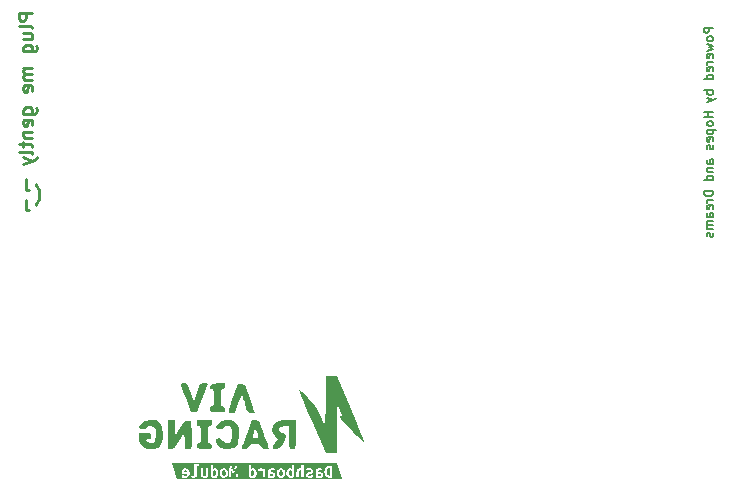
<source format=gbr>
%TF.GenerationSoftware,KiCad,Pcbnew,9.0.3*%
%TF.CreationDate,2026-02-02T13:01:33+02:00*%
%TF.ProjectId,Steering Wheel,53746565-7269-46e6-9720-576865656c2e,rev?*%
%TF.SameCoordinates,Original*%
%TF.FileFunction,Legend,Bot*%
%TF.FilePolarity,Positive*%
%FSLAX46Y46*%
G04 Gerber Fmt 4.6, Leading zero omitted, Abs format (unit mm)*
G04 Created by KiCad (PCBNEW 9.0.3) date 2026-02-02 13:01:33*
%MOMM*%
%LPD*%
G01*
G04 APERTURE LIST*
%ADD10C,0.127000*%
%ADD11C,0.228600*%
%ADD12C,0.000000*%
G04 APERTURE END LIST*
D10*
X119950141Y-58944980D02*
X119188141Y-58944980D01*
X119188141Y-58944980D02*
X119188141Y-59235266D01*
X119188141Y-59235266D02*
X119224427Y-59307837D01*
X119224427Y-59307837D02*
X119260713Y-59344123D01*
X119260713Y-59344123D02*
X119333284Y-59380409D01*
X119333284Y-59380409D02*
X119442141Y-59380409D01*
X119442141Y-59380409D02*
X119514713Y-59344123D01*
X119514713Y-59344123D02*
X119550998Y-59307837D01*
X119550998Y-59307837D02*
X119587284Y-59235266D01*
X119587284Y-59235266D02*
X119587284Y-58944980D01*
X119950141Y-59815837D02*
X119913856Y-59743266D01*
X119913856Y-59743266D02*
X119877570Y-59706980D01*
X119877570Y-59706980D02*
X119804998Y-59670694D01*
X119804998Y-59670694D02*
X119587284Y-59670694D01*
X119587284Y-59670694D02*
X119514713Y-59706980D01*
X119514713Y-59706980D02*
X119478427Y-59743266D01*
X119478427Y-59743266D02*
X119442141Y-59815837D01*
X119442141Y-59815837D02*
X119442141Y-59924694D01*
X119442141Y-59924694D02*
X119478427Y-59997266D01*
X119478427Y-59997266D02*
X119514713Y-60033552D01*
X119514713Y-60033552D02*
X119587284Y-60069837D01*
X119587284Y-60069837D02*
X119804998Y-60069837D01*
X119804998Y-60069837D02*
X119877570Y-60033552D01*
X119877570Y-60033552D02*
X119913856Y-59997266D01*
X119913856Y-59997266D02*
X119950141Y-59924694D01*
X119950141Y-59924694D02*
X119950141Y-59815837D01*
X119442141Y-60323838D02*
X119950141Y-60468981D01*
X119950141Y-60468981D02*
X119587284Y-60614123D01*
X119587284Y-60614123D02*
X119950141Y-60759266D01*
X119950141Y-60759266D02*
X119442141Y-60904409D01*
X119913856Y-61484981D02*
X119950141Y-61412409D01*
X119950141Y-61412409D02*
X119950141Y-61267267D01*
X119950141Y-61267267D02*
X119913856Y-61194695D01*
X119913856Y-61194695D02*
X119841284Y-61158409D01*
X119841284Y-61158409D02*
X119550998Y-61158409D01*
X119550998Y-61158409D02*
X119478427Y-61194695D01*
X119478427Y-61194695D02*
X119442141Y-61267267D01*
X119442141Y-61267267D02*
X119442141Y-61412409D01*
X119442141Y-61412409D02*
X119478427Y-61484981D01*
X119478427Y-61484981D02*
X119550998Y-61521267D01*
X119550998Y-61521267D02*
X119623570Y-61521267D01*
X119623570Y-61521267D02*
X119696141Y-61158409D01*
X119950141Y-61847838D02*
X119442141Y-61847838D01*
X119587284Y-61847838D02*
X119514713Y-61884124D01*
X119514713Y-61884124D02*
X119478427Y-61920410D01*
X119478427Y-61920410D02*
X119442141Y-61992981D01*
X119442141Y-61992981D02*
X119442141Y-62065552D01*
X119913856Y-62609838D02*
X119950141Y-62537266D01*
X119950141Y-62537266D02*
X119950141Y-62392124D01*
X119950141Y-62392124D02*
X119913856Y-62319552D01*
X119913856Y-62319552D02*
X119841284Y-62283266D01*
X119841284Y-62283266D02*
X119550998Y-62283266D01*
X119550998Y-62283266D02*
X119478427Y-62319552D01*
X119478427Y-62319552D02*
X119442141Y-62392124D01*
X119442141Y-62392124D02*
X119442141Y-62537266D01*
X119442141Y-62537266D02*
X119478427Y-62609838D01*
X119478427Y-62609838D02*
X119550998Y-62646124D01*
X119550998Y-62646124D02*
X119623570Y-62646124D01*
X119623570Y-62646124D02*
X119696141Y-62283266D01*
X119950141Y-63299267D02*
X119188141Y-63299267D01*
X119913856Y-63299267D02*
X119950141Y-63226695D01*
X119950141Y-63226695D02*
X119950141Y-63081552D01*
X119950141Y-63081552D02*
X119913856Y-63008981D01*
X119913856Y-63008981D02*
X119877570Y-62972695D01*
X119877570Y-62972695D02*
X119804998Y-62936409D01*
X119804998Y-62936409D02*
X119587284Y-62936409D01*
X119587284Y-62936409D02*
X119514713Y-62972695D01*
X119514713Y-62972695D02*
X119478427Y-63008981D01*
X119478427Y-63008981D02*
X119442141Y-63081552D01*
X119442141Y-63081552D02*
X119442141Y-63226695D01*
X119442141Y-63226695D02*
X119478427Y-63299267D01*
X119950141Y-64242695D02*
X119188141Y-64242695D01*
X119478427Y-64242695D02*
X119442141Y-64315267D01*
X119442141Y-64315267D02*
X119442141Y-64460409D01*
X119442141Y-64460409D02*
X119478427Y-64532981D01*
X119478427Y-64532981D02*
X119514713Y-64569267D01*
X119514713Y-64569267D02*
X119587284Y-64605552D01*
X119587284Y-64605552D02*
X119804998Y-64605552D01*
X119804998Y-64605552D02*
X119877570Y-64569267D01*
X119877570Y-64569267D02*
X119913856Y-64532981D01*
X119913856Y-64532981D02*
X119950141Y-64460409D01*
X119950141Y-64460409D02*
X119950141Y-64315267D01*
X119950141Y-64315267D02*
X119913856Y-64242695D01*
X119442141Y-64859553D02*
X119950141Y-65040981D01*
X119442141Y-65222410D02*
X119950141Y-65040981D01*
X119950141Y-65040981D02*
X120131570Y-64968410D01*
X120131570Y-64968410D02*
X120167856Y-64932124D01*
X120167856Y-64932124D02*
X120204141Y-64859553D01*
X119950141Y-66093266D02*
X119188141Y-66093266D01*
X119550998Y-66093266D02*
X119550998Y-66528695D01*
X119950141Y-66528695D02*
X119188141Y-66528695D01*
X119950141Y-67000409D02*
X119913856Y-66927838D01*
X119913856Y-66927838D02*
X119877570Y-66891552D01*
X119877570Y-66891552D02*
X119804998Y-66855266D01*
X119804998Y-66855266D02*
X119587284Y-66855266D01*
X119587284Y-66855266D02*
X119514713Y-66891552D01*
X119514713Y-66891552D02*
X119478427Y-66927838D01*
X119478427Y-66927838D02*
X119442141Y-67000409D01*
X119442141Y-67000409D02*
X119442141Y-67109266D01*
X119442141Y-67109266D02*
X119478427Y-67181838D01*
X119478427Y-67181838D02*
X119514713Y-67218124D01*
X119514713Y-67218124D02*
X119587284Y-67254409D01*
X119587284Y-67254409D02*
X119804998Y-67254409D01*
X119804998Y-67254409D02*
X119877570Y-67218124D01*
X119877570Y-67218124D02*
X119913856Y-67181838D01*
X119913856Y-67181838D02*
X119950141Y-67109266D01*
X119950141Y-67109266D02*
X119950141Y-67000409D01*
X119442141Y-67580981D02*
X120204141Y-67580981D01*
X119478427Y-67580981D02*
X119442141Y-67653553D01*
X119442141Y-67653553D02*
X119442141Y-67798695D01*
X119442141Y-67798695D02*
X119478427Y-67871267D01*
X119478427Y-67871267D02*
X119514713Y-67907553D01*
X119514713Y-67907553D02*
X119587284Y-67943838D01*
X119587284Y-67943838D02*
X119804998Y-67943838D01*
X119804998Y-67943838D02*
X119877570Y-67907553D01*
X119877570Y-67907553D02*
X119913856Y-67871267D01*
X119913856Y-67871267D02*
X119950141Y-67798695D01*
X119950141Y-67798695D02*
X119950141Y-67653553D01*
X119950141Y-67653553D02*
X119913856Y-67580981D01*
X119913856Y-68560696D02*
X119950141Y-68488124D01*
X119950141Y-68488124D02*
X119950141Y-68342982D01*
X119950141Y-68342982D02*
X119913856Y-68270410D01*
X119913856Y-68270410D02*
X119841284Y-68234124D01*
X119841284Y-68234124D02*
X119550998Y-68234124D01*
X119550998Y-68234124D02*
X119478427Y-68270410D01*
X119478427Y-68270410D02*
X119442141Y-68342982D01*
X119442141Y-68342982D02*
X119442141Y-68488124D01*
X119442141Y-68488124D02*
X119478427Y-68560696D01*
X119478427Y-68560696D02*
X119550998Y-68596982D01*
X119550998Y-68596982D02*
X119623570Y-68596982D01*
X119623570Y-68596982D02*
X119696141Y-68234124D01*
X119913856Y-68887267D02*
X119950141Y-68959839D01*
X119950141Y-68959839D02*
X119950141Y-69104982D01*
X119950141Y-69104982D02*
X119913856Y-69177553D01*
X119913856Y-69177553D02*
X119841284Y-69213839D01*
X119841284Y-69213839D02*
X119804998Y-69213839D01*
X119804998Y-69213839D02*
X119732427Y-69177553D01*
X119732427Y-69177553D02*
X119696141Y-69104982D01*
X119696141Y-69104982D02*
X119696141Y-68996125D01*
X119696141Y-68996125D02*
X119659856Y-68923553D01*
X119659856Y-68923553D02*
X119587284Y-68887267D01*
X119587284Y-68887267D02*
X119550998Y-68887267D01*
X119550998Y-68887267D02*
X119478427Y-68923553D01*
X119478427Y-68923553D02*
X119442141Y-68996125D01*
X119442141Y-68996125D02*
X119442141Y-69104982D01*
X119442141Y-69104982D02*
X119478427Y-69177553D01*
X119950141Y-70447553D02*
X119550998Y-70447553D01*
X119550998Y-70447553D02*
X119478427Y-70411267D01*
X119478427Y-70411267D02*
X119442141Y-70338695D01*
X119442141Y-70338695D02*
X119442141Y-70193553D01*
X119442141Y-70193553D02*
X119478427Y-70120981D01*
X119913856Y-70447553D02*
X119950141Y-70374981D01*
X119950141Y-70374981D02*
X119950141Y-70193553D01*
X119950141Y-70193553D02*
X119913856Y-70120981D01*
X119913856Y-70120981D02*
X119841284Y-70084695D01*
X119841284Y-70084695D02*
X119768713Y-70084695D01*
X119768713Y-70084695D02*
X119696141Y-70120981D01*
X119696141Y-70120981D02*
X119659856Y-70193553D01*
X119659856Y-70193553D02*
X119659856Y-70374981D01*
X119659856Y-70374981D02*
X119623570Y-70447553D01*
X119442141Y-70810410D02*
X119950141Y-70810410D01*
X119514713Y-70810410D02*
X119478427Y-70846696D01*
X119478427Y-70846696D02*
X119442141Y-70919267D01*
X119442141Y-70919267D02*
X119442141Y-71028124D01*
X119442141Y-71028124D02*
X119478427Y-71100696D01*
X119478427Y-71100696D02*
X119550998Y-71136982D01*
X119550998Y-71136982D02*
X119950141Y-71136982D01*
X119950141Y-71826411D02*
X119188141Y-71826411D01*
X119913856Y-71826411D02*
X119950141Y-71753839D01*
X119950141Y-71753839D02*
X119950141Y-71608696D01*
X119950141Y-71608696D02*
X119913856Y-71536125D01*
X119913856Y-71536125D02*
X119877570Y-71499839D01*
X119877570Y-71499839D02*
X119804998Y-71463553D01*
X119804998Y-71463553D02*
X119587284Y-71463553D01*
X119587284Y-71463553D02*
X119514713Y-71499839D01*
X119514713Y-71499839D02*
X119478427Y-71536125D01*
X119478427Y-71536125D02*
X119442141Y-71608696D01*
X119442141Y-71608696D02*
X119442141Y-71753839D01*
X119442141Y-71753839D02*
X119478427Y-71826411D01*
X119950141Y-72769839D02*
X119188141Y-72769839D01*
X119188141Y-72769839D02*
X119188141Y-72951268D01*
X119188141Y-72951268D02*
X119224427Y-73060125D01*
X119224427Y-73060125D02*
X119296998Y-73132696D01*
X119296998Y-73132696D02*
X119369570Y-73168982D01*
X119369570Y-73168982D02*
X119514713Y-73205268D01*
X119514713Y-73205268D02*
X119623570Y-73205268D01*
X119623570Y-73205268D02*
X119768713Y-73168982D01*
X119768713Y-73168982D02*
X119841284Y-73132696D01*
X119841284Y-73132696D02*
X119913856Y-73060125D01*
X119913856Y-73060125D02*
X119950141Y-72951268D01*
X119950141Y-72951268D02*
X119950141Y-72769839D01*
X119950141Y-73531839D02*
X119442141Y-73531839D01*
X119587284Y-73531839D02*
X119514713Y-73568125D01*
X119514713Y-73568125D02*
X119478427Y-73604411D01*
X119478427Y-73604411D02*
X119442141Y-73676982D01*
X119442141Y-73676982D02*
X119442141Y-73749553D01*
X119913856Y-74293839D02*
X119950141Y-74221267D01*
X119950141Y-74221267D02*
X119950141Y-74076125D01*
X119950141Y-74076125D02*
X119913856Y-74003553D01*
X119913856Y-74003553D02*
X119841284Y-73967267D01*
X119841284Y-73967267D02*
X119550998Y-73967267D01*
X119550998Y-73967267D02*
X119478427Y-74003553D01*
X119478427Y-74003553D02*
X119442141Y-74076125D01*
X119442141Y-74076125D02*
X119442141Y-74221267D01*
X119442141Y-74221267D02*
X119478427Y-74293839D01*
X119478427Y-74293839D02*
X119550998Y-74330125D01*
X119550998Y-74330125D02*
X119623570Y-74330125D01*
X119623570Y-74330125D02*
X119696141Y-73967267D01*
X119950141Y-74983268D02*
X119550998Y-74983268D01*
X119550998Y-74983268D02*
X119478427Y-74946982D01*
X119478427Y-74946982D02*
X119442141Y-74874410D01*
X119442141Y-74874410D02*
X119442141Y-74729268D01*
X119442141Y-74729268D02*
X119478427Y-74656696D01*
X119913856Y-74983268D02*
X119950141Y-74910696D01*
X119950141Y-74910696D02*
X119950141Y-74729268D01*
X119950141Y-74729268D02*
X119913856Y-74656696D01*
X119913856Y-74656696D02*
X119841284Y-74620410D01*
X119841284Y-74620410D02*
X119768713Y-74620410D01*
X119768713Y-74620410D02*
X119696141Y-74656696D01*
X119696141Y-74656696D02*
X119659856Y-74729268D01*
X119659856Y-74729268D02*
X119659856Y-74910696D01*
X119659856Y-74910696D02*
X119623570Y-74983268D01*
X119950141Y-75346125D02*
X119442141Y-75346125D01*
X119514713Y-75346125D02*
X119478427Y-75382411D01*
X119478427Y-75382411D02*
X119442141Y-75454982D01*
X119442141Y-75454982D02*
X119442141Y-75563839D01*
X119442141Y-75563839D02*
X119478427Y-75636411D01*
X119478427Y-75636411D02*
X119550998Y-75672697D01*
X119550998Y-75672697D02*
X119950141Y-75672697D01*
X119550998Y-75672697D02*
X119478427Y-75708982D01*
X119478427Y-75708982D02*
X119442141Y-75781554D01*
X119442141Y-75781554D02*
X119442141Y-75890411D01*
X119442141Y-75890411D02*
X119478427Y-75962982D01*
X119478427Y-75962982D02*
X119550998Y-75999268D01*
X119550998Y-75999268D02*
X119950141Y-75999268D01*
X119913856Y-76325839D02*
X119950141Y-76398411D01*
X119950141Y-76398411D02*
X119950141Y-76543554D01*
X119950141Y-76543554D02*
X119913856Y-76616125D01*
X119913856Y-76616125D02*
X119841284Y-76652411D01*
X119841284Y-76652411D02*
X119804998Y-76652411D01*
X119804998Y-76652411D02*
X119732427Y-76616125D01*
X119732427Y-76616125D02*
X119696141Y-76543554D01*
X119696141Y-76543554D02*
X119696141Y-76434697D01*
X119696141Y-76434697D02*
X119659856Y-76362125D01*
X119659856Y-76362125D02*
X119587284Y-76325839D01*
X119587284Y-76325839D02*
X119550998Y-76325839D01*
X119550998Y-76325839D02*
X119478427Y-76362125D01*
X119478427Y-76362125D02*
X119442141Y-76434697D01*
X119442141Y-76434697D02*
X119442141Y-76543554D01*
X119442141Y-76543554D02*
X119478427Y-76616125D01*
D11*
X62318230Y-57682536D02*
X61175230Y-57682536D01*
X61175230Y-57682536D02*
X61175230Y-58117965D01*
X61175230Y-58117965D02*
X61229659Y-58226822D01*
X61229659Y-58226822D02*
X61284087Y-58281251D01*
X61284087Y-58281251D02*
X61392944Y-58335679D01*
X61392944Y-58335679D02*
X61556230Y-58335679D01*
X61556230Y-58335679D02*
X61665087Y-58281251D01*
X61665087Y-58281251D02*
X61719516Y-58226822D01*
X61719516Y-58226822D02*
X61773944Y-58117965D01*
X61773944Y-58117965D02*
X61773944Y-57682536D01*
X62318230Y-58988822D02*
X62263802Y-58879965D01*
X62263802Y-58879965D02*
X62154944Y-58825536D01*
X62154944Y-58825536D02*
X61175230Y-58825536D01*
X61556230Y-59914108D02*
X62318230Y-59914108D01*
X61556230Y-59424250D02*
X62154944Y-59424250D01*
X62154944Y-59424250D02*
X62263802Y-59478679D01*
X62263802Y-59478679D02*
X62318230Y-59587536D01*
X62318230Y-59587536D02*
X62318230Y-59750822D01*
X62318230Y-59750822D02*
X62263802Y-59859679D01*
X62263802Y-59859679D02*
X62209373Y-59914108D01*
X61556230Y-60948251D02*
X62481516Y-60948251D01*
X62481516Y-60948251D02*
X62590373Y-60893822D01*
X62590373Y-60893822D02*
X62644802Y-60839393D01*
X62644802Y-60839393D02*
X62699230Y-60730536D01*
X62699230Y-60730536D02*
X62699230Y-60567251D01*
X62699230Y-60567251D02*
X62644802Y-60458393D01*
X62263802Y-60948251D02*
X62318230Y-60839393D01*
X62318230Y-60839393D02*
X62318230Y-60621679D01*
X62318230Y-60621679D02*
X62263802Y-60512822D01*
X62263802Y-60512822D02*
X62209373Y-60458393D01*
X62209373Y-60458393D02*
X62100516Y-60403965D01*
X62100516Y-60403965D02*
X61773944Y-60403965D01*
X61773944Y-60403965D02*
X61665087Y-60458393D01*
X61665087Y-60458393D02*
X61610659Y-60512822D01*
X61610659Y-60512822D02*
X61556230Y-60621679D01*
X61556230Y-60621679D02*
X61556230Y-60839393D01*
X61556230Y-60839393D02*
X61610659Y-60948251D01*
X62318230Y-62363393D02*
X61556230Y-62363393D01*
X61665087Y-62363393D02*
X61610659Y-62417822D01*
X61610659Y-62417822D02*
X61556230Y-62526679D01*
X61556230Y-62526679D02*
X61556230Y-62689965D01*
X61556230Y-62689965D02*
X61610659Y-62798822D01*
X61610659Y-62798822D02*
X61719516Y-62853251D01*
X61719516Y-62853251D02*
X62318230Y-62853251D01*
X61719516Y-62853251D02*
X61610659Y-62907679D01*
X61610659Y-62907679D02*
X61556230Y-63016536D01*
X61556230Y-63016536D02*
X61556230Y-63179822D01*
X61556230Y-63179822D02*
X61610659Y-63288679D01*
X61610659Y-63288679D02*
X61719516Y-63343108D01*
X61719516Y-63343108D02*
X62318230Y-63343108D01*
X62263802Y-64322822D02*
X62318230Y-64213965D01*
X62318230Y-64213965D02*
X62318230Y-63996251D01*
X62318230Y-63996251D02*
X62263802Y-63887393D01*
X62263802Y-63887393D02*
X62154944Y-63832965D01*
X62154944Y-63832965D02*
X61719516Y-63832965D01*
X61719516Y-63832965D02*
X61610659Y-63887393D01*
X61610659Y-63887393D02*
X61556230Y-63996251D01*
X61556230Y-63996251D02*
X61556230Y-64213965D01*
X61556230Y-64213965D02*
X61610659Y-64322822D01*
X61610659Y-64322822D02*
X61719516Y-64377251D01*
X61719516Y-64377251D02*
X61828373Y-64377251D01*
X61828373Y-64377251D02*
X61937230Y-63832965D01*
X61556230Y-66227822D02*
X62481516Y-66227822D01*
X62481516Y-66227822D02*
X62590373Y-66173393D01*
X62590373Y-66173393D02*
X62644802Y-66118964D01*
X62644802Y-66118964D02*
X62699230Y-66010107D01*
X62699230Y-66010107D02*
X62699230Y-65846822D01*
X62699230Y-65846822D02*
X62644802Y-65737964D01*
X62263802Y-66227822D02*
X62318230Y-66118964D01*
X62318230Y-66118964D02*
X62318230Y-65901250D01*
X62318230Y-65901250D02*
X62263802Y-65792393D01*
X62263802Y-65792393D02*
X62209373Y-65737964D01*
X62209373Y-65737964D02*
X62100516Y-65683536D01*
X62100516Y-65683536D02*
X61773944Y-65683536D01*
X61773944Y-65683536D02*
X61665087Y-65737964D01*
X61665087Y-65737964D02*
X61610659Y-65792393D01*
X61610659Y-65792393D02*
X61556230Y-65901250D01*
X61556230Y-65901250D02*
X61556230Y-66118964D01*
X61556230Y-66118964D02*
X61610659Y-66227822D01*
X62263802Y-67207536D02*
X62318230Y-67098679D01*
X62318230Y-67098679D02*
X62318230Y-66880965D01*
X62318230Y-66880965D02*
X62263802Y-66772107D01*
X62263802Y-66772107D02*
X62154944Y-66717679D01*
X62154944Y-66717679D02*
X61719516Y-66717679D01*
X61719516Y-66717679D02*
X61610659Y-66772107D01*
X61610659Y-66772107D02*
X61556230Y-66880965D01*
X61556230Y-66880965D02*
X61556230Y-67098679D01*
X61556230Y-67098679D02*
X61610659Y-67207536D01*
X61610659Y-67207536D02*
X61719516Y-67261965D01*
X61719516Y-67261965D02*
X61828373Y-67261965D01*
X61828373Y-67261965D02*
X61937230Y-66717679D01*
X61556230Y-67751821D02*
X62318230Y-67751821D01*
X61665087Y-67751821D02*
X61610659Y-67806250D01*
X61610659Y-67806250D02*
X61556230Y-67915107D01*
X61556230Y-67915107D02*
X61556230Y-68078393D01*
X61556230Y-68078393D02*
X61610659Y-68187250D01*
X61610659Y-68187250D02*
X61719516Y-68241679D01*
X61719516Y-68241679D02*
X62318230Y-68241679D01*
X61556230Y-68622679D02*
X61556230Y-69058107D01*
X61175230Y-68785964D02*
X62154944Y-68785964D01*
X62154944Y-68785964D02*
X62263802Y-68840393D01*
X62263802Y-68840393D02*
X62318230Y-68949250D01*
X62318230Y-68949250D02*
X62318230Y-69058107D01*
X62318230Y-69602393D02*
X62263802Y-69493536D01*
X62263802Y-69493536D02*
X62154944Y-69439107D01*
X62154944Y-69439107D02*
X61175230Y-69439107D01*
X61556230Y-69928964D02*
X62318230Y-70201107D01*
X61556230Y-70473250D02*
X62318230Y-70201107D01*
X62318230Y-70201107D02*
X62590373Y-70092250D01*
X62590373Y-70092250D02*
X62644802Y-70037821D01*
X62644802Y-70037821D02*
X62699230Y-69928964D01*
X61773944Y-71779535D02*
X61773944Y-72650393D01*
X61773944Y-72650393D02*
X62046087Y-72650393D01*
X62590373Y-73956678D02*
X62644802Y-73902250D01*
X62644802Y-73902250D02*
X62753659Y-73738964D01*
X62753659Y-73738964D02*
X62808087Y-73630107D01*
X62808087Y-73630107D02*
X62862516Y-73466821D01*
X62862516Y-73466821D02*
X62916944Y-73194678D01*
X62916944Y-73194678D02*
X62916944Y-72976964D01*
X62916944Y-72976964D02*
X62862516Y-72704821D01*
X62862516Y-72704821D02*
X62808087Y-72541536D01*
X62808087Y-72541536D02*
X62753659Y-72432678D01*
X62753659Y-72432678D02*
X62644802Y-72269393D01*
X62644802Y-72269393D02*
X62590373Y-72214964D01*
X61773944Y-73521249D02*
X61773944Y-74392107D01*
X61773944Y-74392107D02*
X62046087Y-74392107D01*
D12*
%TO.C,kibuzzard-697749A6*%
G36*
X75356155Y-96420727D02*
G01*
X75403005Y-96456268D01*
X75432084Y-96507964D01*
X75445816Y-96567738D01*
X75142100Y-96567738D01*
X75150178Y-96508772D01*
X75176026Y-96457884D01*
X75221260Y-96421535D01*
X75289111Y-96407803D01*
X75356155Y-96420727D01*
G37*
G36*
X82605751Y-96694556D02*
G01*
X82656640Y-96708288D01*
X82691373Y-96735751D01*
X82704297Y-96782601D01*
X82665525Y-96856107D01*
X82565363Y-96877916D01*
X82502359Y-96877108D01*
X82449047Y-96873069D01*
X82449047Y-96698595D01*
X82495897Y-96692940D01*
X82545977Y-96690517D01*
X82605751Y-96694556D01*
G37*
G36*
X86644523Y-96694556D02*
G01*
X86695412Y-96708288D01*
X86730145Y-96735751D01*
X86743069Y-96782601D01*
X86704297Y-96856107D01*
X86604136Y-96877916D01*
X86541131Y-96877108D01*
X86487819Y-96873069D01*
X86487819Y-96698595D01*
X86534669Y-96692940D01*
X86584750Y-96690517D01*
X86644523Y-96694556D01*
G37*
G36*
X77802843Y-96430016D02*
G01*
X77844847Y-96472423D01*
X77869079Y-96541486D01*
X77877157Y-96635590D01*
X77867666Y-96728078D01*
X77839192Y-96801987D01*
X77789717Y-96850452D01*
X77717221Y-96866607D01*
X77671987Y-96864992D01*
X77628368Y-96860145D01*
X77628368Y-96446575D01*
X77680065Y-96424766D01*
X77741454Y-96415880D01*
X77802843Y-96430016D01*
G37*
G36*
X81033861Y-96430016D02*
G01*
X81075864Y-96472423D01*
X81100097Y-96541486D01*
X81108174Y-96635590D01*
X81098683Y-96728078D01*
X81070210Y-96801987D01*
X81020735Y-96850452D01*
X80948239Y-96866607D01*
X80903005Y-96864992D01*
X80859386Y-96860145D01*
X80859386Y-96446575D01*
X80911082Y-96424766D01*
X80972472Y-96415880D01*
X81033861Y-96430016D01*
G37*
G36*
X84233376Y-96424766D02*
G01*
X84287496Y-96446575D01*
X84287496Y-96858530D01*
X84239838Y-96864992D01*
X84197027Y-96866607D01*
X84127561Y-96853481D01*
X84074249Y-96814103D01*
X84040323Y-96743223D01*
X84029015Y-96635590D01*
X84037698Y-96541486D01*
X84063748Y-96472423D01*
X84107569Y-96430016D01*
X84169564Y-96415880D01*
X84233376Y-96424766D01*
G37*
G36*
X87502359Y-96182439D02*
G01*
X87531438Y-96186478D01*
X87531438Y-96858530D01*
X87513667Y-96860145D01*
X87495897Y-96860145D01*
X87382003Y-96834297D01*
X87307690Y-96763215D01*
X87267302Y-96655784D01*
X87258215Y-96590557D01*
X87255186Y-96519273D01*
X87264879Y-96393263D01*
X87298805Y-96285024D01*
X87365040Y-96209903D01*
X87473279Y-96181632D01*
X87502359Y-96182439D01*
G37*
G36*
X78594645Y-96429814D02*
G01*
X78643716Y-96476462D01*
X78673401Y-96548554D01*
X78683296Y-96640436D01*
X78674208Y-96732520D01*
X78646947Y-96805218D01*
X78599491Y-96852472D01*
X78529822Y-96868223D01*
X78461769Y-96852472D01*
X78412698Y-96805218D01*
X78383013Y-96732520D01*
X78373118Y-96640436D01*
X78382205Y-96548554D01*
X78409467Y-96476462D01*
X78456922Y-96429814D01*
X78526591Y-96414265D01*
X78594645Y-96429814D01*
G37*
G36*
X83441171Y-96429814D02*
G01*
X83490242Y-96476462D01*
X83519927Y-96548554D01*
X83529822Y-96640436D01*
X83520735Y-96732520D01*
X83493473Y-96805218D01*
X83446018Y-96852472D01*
X83376349Y-96868223D01*
X83308296Y-96852472D01*
X83259225Y-96805218D01*
X83229540Y-96732520D01*
X83219645Y-96640436D01*
X83228732Y-96548554D01*
X83255994Y-96476462D01*
X83303449Y-96429814D01*
X83373118Y-96414265D01*
X83441171Y-96429814D01*
G37*
G36*
X88557447Y-97175708D02*
G01*
X88134023Y-97175708D01*
X87730145Y-97175708D01*
X87516898Y-97175708D01*
X86618675Y-97175708D01*
X85835153Y-97175708D01*
X85292342Y-97175708D01*
X84192181Y-97175708D01*
X83373118Y-97175708D01*
X82579903Y-97175708D01*
X81818998Y-97175708D01*
X80949855Y-97175708D01*
X78969241Y-97175708D01*
X78526591Y-97175708D01*
X77718837Y-97175708D01*
X76912698Y-97175708D01*
X75977318Y-97175708D01*
X75234184Y-97175708D01*
X74949855Y-97175708D01*
X74545977Y-97175708D01*
X74382488Y-96630743D01*
X74949855Y-96630743D01*
X74950662Y-96671131D01*
X74953086Y-96705057D01*
X75445816Y-96705057D01*
X75430468Y-96771494D01*
X75384426Y-96822181D01*
X75314152Y-96854289D01*
X75226107Y-96864992D01*
X75112213Y-96852068D01*
X75020937Y-96826220D01*
X74993473Y-96995848D01*
X75103328Y-97025735D01*
X75234184Y-97037851D01*
X75326066Y-97031591D01*
X75407851Y-97012811D01*
X75465085Y-96987771D01*
X75754378Y-96987771D01*
X75776187Y-96999079D01*
X75820614Y-97016042D01*
X75887658Y-97031389D01*
X75977318Y-97037851D01*
X76096058Y-97017456D01*
X76127022Y-96994233D01*
X76608982Y-96994233D01*
X76669766Y-97008772D01*
X76742262Y-97023312D01*
X76824047Y-97034216D01*
X76912698Y-97037851D01*
X76997916Y-97031389D01*
X77066171Y-97012003D01*
X77084864Y-96997464D01*
X77429661Y-96997464D01*
X77490646Y-97013619D01*
X77563748Y-97026543D01*
X77642100Y-97035024D01*
X77718837Y-97037851D01*
X77827704Y-97026184D01*
X77917365Y-96991181D01*
X77987819Y-96932843D01*
X78038528Y-96854222D01*
X78068954Y-96758368D01*
X78079095Y-96645283D01*
X78078617Y-96638821D01*
X78169564Y-96638821D01*
X78176026Y-96725048D01*
X78195412Y-96802795D01*
X78226511Y-96871252D01*
X78268110Y-96929612D01*
X78319604Y-96976866D01*
X78380388Y-97012003D01*
X78449653Y-97033813D01*
X78526591Y-97041082D01*
X78603530Y-97033813D01*
X78647141Y-97020081D01*
X78969241Y-97020081D01*
X79151793Y-97020081D01*
X79142100Y-96243021D01*
X79264879Y-96666284D01*
X79410275Y-96666284D01*
X79528207Y-96243021D01*
X79520129Y-97020081D01*
X79702682Y-97020081D01*
X79701770Y-96997464D01*
X80660679Y-96997464D01*
X80721664Y-97013619D01*
X80794766Y-97026543D01*
X80873118Y-97035024D01*
X80949855Y-97037851D01*
X81058722Y-97026184D01*
X81148383Y-96991181D01*
X81218837Y-96932843D01*
X81269546Y-96854222D01*
X81299971Y-96758368D01*
X81310113Y-96645283D01*
X81301587Y-96530133D01*
X81276008Y-96432395D01*
X81233376Y-96352068D01*
X81174051Y-96292384D01*
X81144849Y-96278562D01*
X81421583Y-96278562D01*
X81457124Y-96462730D01*
X81503166Y-96453037D01*
X81557286Y-96444152D01*
X81610598Y-96438498D01*
X81654216Y-96436882D01*
X81736607Y-96440921D01*
X81818998Y-96456268D01*
X81818998Y-97020081D01*
X82019321Y-97020081D01*
X82019321Y-96549968D01*
X82258417Y-96549968D01*
X82258417Y-97002310D01*
X82387658Y-97024927D01*
X82478530Y-97034620D01*
X82579903Y-97037851D01*
X82711567Y-97024927D01*
X82812536Y-96982116D01*
X82877157Y-96904572D01*
X82899774Y-96787447D01*
X82873926Y-96675977D01*
X82838421Y-96638821D01*
X83016090Y-96638821D01*
X83022553Y-96725048D01*
X83041939Y-96802795D01*
X83073037Y-96871252D01*
X83114637Y-96929612D01*
X83166131Y-96976866D01*
X83226914Y-97012003D01*
X83296179Y-97033813D01*
X83373118Y-97041082D01*
X83450057Y-97033813D01*
X83519321Y-97012003D01*
X83580307Y-96976866D01*
X83632407Y-96929612D01*
X83674612Y-96871252D01*
X83705913Y-96802795D01*
X83725299Y-96725048D01*
X83731640Y-96640436D01*
X83827076Y-96640436D01*
X83833134Y-96726664D01*
X83851309Y-96804410D01*
X83881195Y-96872464D01*
X83922391Y-96929612D01*
X83974491Y-96975452D01*
X84037092Y-97009580D01*
X84109790Y-97030784D01*
X84192181Y-97037851D01*
X84270533Y-97035024D01*
X84350501Y-97026543D01*
X84424814Y-97013619D01*
X84486204Y-96997464D01*
X84486204Y-96591971D01*
X84681680Y-96591971D01*
X84681680Y-97020081D01*
X84880388Y-97020081D01*
X84880388Y-96617819D01*
X84886446Y-96526139D01*
X84904620Y-96464346D01*
X84996704Y-96417496D01*
X85050824Y-96423958D01*
X85093635Y-96435267D01*
X85093635Y-97020081D01*
X85292342Y-97020081D01*
X85292342Y-96810065D01*
X85487819Y-96810065D01*
X85505590Y-96898918D01*
X85564556Y-96971616D01*
X85671987Y-97020081D01*
X85745897Y-97033409D01*
X85835153Y-97037851D01*
X85926430Y-97032197D01*
X86003166Y-97015234D01*
X86114637Y-96974847D01*
X86083942Y-96808449D01*
X85963586Y-96850452D01*
X85833538Y-96869838D01*
X85722068Y-96859338D01*
X85683296Y-96816527D01*
X85695412Y-96780985D01*
X85729338Y-96755945D01*
X85779418Y-96735751D01*
X85838384Y-96716365D01*
X85927237Y-96686478D01*
X86009628Y-96643667D01*
X86071018Y-96578239D01*
X86077913Y-96549968D01*
X86297189Y-96549968D01*
X86297189Y-97002310D01*
X86426430Y-97024927D01*
X86517302Y-97034620D01*
X86618675Y-97037851D01*
X86750339Y-97024927D01*
X86851309Y-96982116D01*
X86915929Y-96904572D01*
X86938546Y-96787447D01*
X86912698Y-96675977D01*
X86843231Y-96603279D01*
X86743069Y-96563700D01*
X86625137Y-96551583D01*
X86552036Y-96554814D01*
X86487819Y-96564507D01*
X86487819Y-96540275D01*
X86495717Y-96519273D01*
X87053247Y-96519273D01*
X87061931Y-96647908D01*
X87087981Y-96755945D01*
X87129378Y-96844596D01*
X87184103Y-96915073D01*
X87251349Y-96968183D01*
X87330307Y-97004733D01*
X87419362Y-97025937D01*
X87516898Y-97033005D01*
X87621099Y-97027351D01*
X87730145Y-97008772D01*
X87730145Y-96033005D01*
X87602520Y-96013619D01*
X87491050Y-96008772D01*
X87396745Y-96016042D01*
X87310921Y-96037851D01*
X87235598Y-96075210D01*
X87172795Y-96129128D01*
X87122512Y-96199806D01*
X87084750Y-96287447D01*
X87061123Y-96393465D01*
X87053247Y-96519273D01*
X86495717Y-96519273D01*
X86523360Y-96445767D01*
X86571826Y-96417294D01*
X86646139Y-96407803D01*
X86755186Y-96415880D01*
X86840000Y-96435267D01*
X86867464Y-96275331D01*
X86762456Y-96251906D01*
X86693393Y-96244031D01*
X86621906Y-96241405D01*
X86536082Y-96246858D01*
X86466010Y-96263215D01*
X86366656Y-96324604D01*
X86313344Y-96421535D01*
X86297189Y-96549968D01*
X86077913Y-96549968D01*
X86095250Y-96478885D01*
X86076672Y-96387609D01*
X86018514Y-96311680D01*
X85917544Y-96259984D01*
X85850097Y-96246050D01*
X85770533Y-96241405D01*
X85698845Y-96244233D01*
X85632407Y-96252714D01*
X85521745Y-96285024D01*
X85552439Y-96453037D01*
X85638061Y-96426381D01*
X85768918Y-96407803D01*
X85871502Y-96426381D01*
X85898158Y-96465961D01*
X85886042Y-96497464D01*
X85853732Y-96522504D01*
X85806882Y-96544313D01*
X85749532Y-96564507D01*
X85659063Y-96596817D01*
X85574249Y-96641244D01*
X85512052Y-96709095D01*
X85487819Y-96810065D01*
X85292342Y-96810065D01*
X85292342Y-95932843D01*
X85093635Y-95898918D01*
X85093635Y-96267254D01*
X85035477Y-96251906D01*
X84975703Y-96244637D01*
X84898562Y-96250897D01*
X84835153Y-96269677D01*
X84744685Y-96340759D01*
X84696220Y-96450614D01*
X84685315Y-96517859D01*
X84681680Y-96591971D01*
X84486204Y-96591971D01*
X84486204Y-95932843D01*
X84287496Y-95898918D01*
X84287496Y-96278562D01*
X84206721Y-96251906D01*
X84129176Y-96244637D01*
X84059305Y-96251704D01*
X83998320Y-96272908D01*
X83903813Y-96353683D01*
X83870493Y-96411236D01*
X83846462Y-96478885D01*
X83831922Y-96555622D01*
X83827076Y-96640436D01*
X83731640Y-96640436D01*
X83731761Y-96638821D01*
X83725097Y-96553805D01*
X83705105Y-96476462D01*
X83673199Y-96408207D01*
X83630792Y-96350452D01*
X83578489Y-96304006D01*
X83516898Y-96269677D01*
X83447835Y-96248473D01*
X83373118Y-96241405D01*
X83297391Y-96248473D01*
X83228530Y-96269677D01*
X83167544Y-96304006D01*
X83115444Y-96350452D01*
X83073239Y-96408207D01*
X83041939Y-96476462D01*
X83022553Y-96553805D01*
X83016090Y-96638821D01*
X82838421Y-96638821D01*
X82804459Y-96603279D01*
X82704297Y-96563700D01*
X82586365Y-96551583D01*
X82513263Y-96554814D01*
X82449047Y-96564507D01*
X82449047Y-96540275D01*
X82484588Y-96445767D01*
X82533053Y-96417294D01*
X82607367Y-96407803D01*
X82716414Y-96415880D01*
X82801228Y-96435267D01*
X82828691Y-96275331D01*
X82723683Y-96251906D01*
X82654620Y-96244031D01*
X82583134Y-96241405D01*
X82497310Y-96246858D01*
X82427237Y-96263215D01*
X82327884Y-96324604D01*
X82274572Y-96421535D01*
X82258417Y-96549968D01*
X82019321Y-96549968D01*
X82019321Y-96310872D01*
X81939152Y-96284620D01*
X81856963Y-96264023D01*
X81766696Y-96250695D01*
X81662294Y-96246252D01*
X81616252Y-96247868D01*
X81552439Y-96253522D01*
X81483780Y-96263215D01*
X81421583Y-96278562D01*
X81144849Y-96278562D01*
X81098392Y-96256573D01*
X81006397Y-96244637D01*
X80927237Y-96253522D01*
X80859386Y-96278562D01*
X80859386Y-95932843D01*
X80660679Y-95898918D01*
X80660679Y-96997464D01*
X79701770Y-96997464D01*
X79697633Y-96894879D01*
X79692181Y-96764830D01*
X79686325Y-96632763D01*
X79680065Y-96501502D01*
X79672997Y-96372666D01*
X79664717Y-96247868D01*
X79655226Y-96129532D01*
X79644523Y-96020081D01*
X79479742Y-96020081D01*
X79451470Y-96107318D01*
X79415121Y-96222019D01*
X79376349Y-96346414D01*
X79339192Y-96462730D01*
X79298805Y-96339144D01*
X79258417Y-96216365D01*
X79222876Y-96105703D01*
X79193796Y-96020081D01*
X79029015Y-96020081D01*
X79017908Y-96149321D01*
X79007205Y-96275331D01*
X78997512Y-96399120D01*
X78989435Y-96521696D01*
X78982771Y-96644071D01*
X78977318Y-96767254D01*
X78972876Y-96892254D01*
X78969241Y-97020081D01*
X78647141Y-97020081D01*
X78672795Y-97012003D01*
X78733780Y-96976866D01*
X78785880Y-96929612D01*
X78828086Y-96871252D01*
X78859386Y-96802795D01*
X78878772Y-96725048D01*
X78885234Y-96638821D01*
X78878570Y-96553805D01*
X78858578Y-96476462D01*
X78826672Y-96408207D01*
X78784265Y-96350452D01*
X78731963Y-96304006D01*
X78670372Y-96269677D01*
X78601309Y-96248473D01*
X78526591Y-96241405D01*
X78450864Y-96248473D01*
X78382003Y-96269677D01*
X78321018Y-96304006D01*
X78268918Y-96350452D01*
X78226712Y-96408207D01*
X78195412Y-96476462D01*
X78176026Y-96553805D01*
X78169564Y-96638821D01*
X78078617Y-96638821D01*
X78070569Y-96530133D01*
X78044990Y-96432395D01*
X78002359Y-96352068D01*
X77943034Y-96292384D01*
X77867374Y-96256573D01*
X77775380Y-96244637D01*
X77696220Y-96253522D01*
X77628368Y-96278562D01*
X77628368Y-95932843D01*
X77429661Y-95898918D01*
X77429661Y-96997464D01*
X77084864Y-96997464D01*
X77160679Y-96938498D01*
X77208336Y-96826220D01*
X77218029Y-96758368D01*
X77221260Y-96684055D01*
X77221260Y-96260792D01*
X77022553Y-96260792D01*
X77022553Y-96658207D01*
X77016292Y-96749685D01*
X76997512Y-96814103D01*
X76899774Y-96864992D01*
X76809305Y-96856914D01*
X76809305Y-96260792D01*
X76608982Y-96260792D01*
X76608982Y-96994233D01*
X76127022Y-96994233D01*
X76177641Y-96956268D01*
X76224895Y-96855905D01*
X76240646Y-96717981D01*
X76240646Y-96073393D01*
X76450662Y-96073393D01*
X76450662Y-95908611D01*
X76041939Y-95908611D01*
X76041939Y-96732520D01*
X76011244Y-96837528D01*
X75933700Y-96864992D01*
X75833538Y-96848837D01*
X75780226Y-96827835D01*
X75754378Y-96987771D01*
X75465085Y-96987771D01*
X75478934Y-96981712D01*
X75538708Y-96938498D01*
X75586567Y-96883368D01*
X75621906Y-96816527D01*
X75643716Y-96737771D01*
X75650985Y-96646898D01*
X75643312Y-96552795D01*
X75620291Y-96470808D01*
X75584750Y-96401139D01*
X75539515Y-96343990D01*
X75485800Y-96299362D01*
X75424814Y-96267254D01*
X75359386Y-96247868D01*
X75292342Y-96241405D01*
X75189309Y-96252445D01*
X75104225Y-96285563D01*
X75037092Y-96340759D01*
X74988627Y-96417137D01*
X74959548Y-96513798D01*
X74949855Y-96630743D01*
X74382488Y-96630743D01*
X74122553Y-95764292D01*
X74545977Y-95764292D01*
X74949855Y-95764292D01*
X87730145Y-95764292D01*
X88134023Y-95764292D01*
X88557447Y-97175708D01*
G37*
%TO.C,G\u002A\u002A\u002A*%
G36*
X74395939Y-92830166D02*
G01*
X74420667Y-93486333D01*
X74807852Y-92851333D01*
X74954320Y-92614842D01*
X75103768Y-92397618D01*
X75221735Y-92277848D01*
X75338711Y-92226948D01*
X75485185Y-92216333D01*
X75775333Y-92216333D01*
X75799154Y-93312522D01*
X75800367Y-93371251D01*
X75805233Y-93786620D01*
X75803201Y-94140268D01*
X75794822Y-94396349D01*
X75780645Y-94519022D01*
X75678249Y-94596219D01*
X75485082Y-94629333D01*
X75231848Y-94629333D01*
X75207258Y-93936206D01*
X75182667Y-93243080D01*
X74738378Y-93941851D01*
X74565453Y-94209284D01*
X74404618Y-94435613D01*
X74283984Y-94561565D01*
X74177983Y-94612508D01*
X74061044Y-94613810D01*
X73828000Y-94587000D01*
X73804509Y-93380500D01*
X73781018Y-92174000D01*
X74076114Y-92174000D01*
X74371211Y-92174000D01*
X74395939Y-92830166D01*
G37*
G36*
X80041551Y-89142754D02*
G01*
X80347333Y-89168333D01*
X80745421Y-90269000D01*
X80787652Y-90386297D01*
X80927769Y-90783687D01*
X81041653Y-91119250D01*
X81118520Y-91360638D01*
X81147587Y-91475500D01*
X81086130Y-91549186D01*
X80908034Y-91581333D01*
X80750810Y-91567583D01*
X80626529Y-91505002D01*
X80524507Y-91364618D01*
X80424119Y-91117487D01*
X80304741Y-90734666D01*
X80285502Y-90669863D01*
X80191920Y-90366628D01*
X80114599Y-90134398D01*
X80068681Y-90019076D01*
X80042477Y-90031330D01*
X79971609Y-90165935D01*
X79873254Y-90411745D01*
X79760275Y-90738743D01*
X79500667Y-91539000D01*
X79204333Y-91539000D01*
X79137883Y-91539628D01*
X79034426Y-91536161D01*
X78971440Y-91507631D01*
X78951353Y-91431526D01*
X78976591Y-91285333D01*
X79049581Y-91046537D01*
X79172747Y-90692627D01*
X79348517Y-90201087D01*
X79735769Y-89117175D01*
X80041551Y-89142754D01*
G37*
G36*
X75187117Y-89041337D02*
G01*
X75324354Y-89048364D01*
X75420313Y-89090181D01*
X75498450Y-89198334D01*
X75582220Y-89404369D01*
X75695079Y-89739833D01*
X75737342Y-89867232D01*
X75841981Y-90174253D01*
X75924520Y-90404714D01*
X75969986Y-90516326D01*
X75991235Y-90509930D01*
X76060482Y-90388364D01*
X76160040Y-90154550D01*
X76276121Y-89838992D01*
X76537333Y-89083666D01*
X76863770Y-89056856D01*
X76934096Y-89052773D01*
X77105965Y-89063144D01*
X77160104Y-89103029D01*
X77150898Y-89127146D01*
X77093081Y-89285624D01*
X76993925Y-89560934D01*
X76864336Y-89922738D01*
X76715217Y-90340698D01*
X76300435Y-91505384D01*
X76004801Y-91479858D01*
X75709168Y-91454333D01*
X75297751Y-90314309D01*
X75241141Y-90156813D01*
X75101434Y-89762211D01*
X74988832Y-89435614D01*
X74913683Y-89207365D01*
X74886333Y-89107809D01*
X74888188Y-89100286D01*
X74982564Y-89058414D01*
X75175714Y-89041333D01*
X75187117Y-89041337D01*
G37*
G36*
X84623000Y-93345222D02*
G01*
X84622619Y-93477279D01*
X84616162Y-93892030D01*
X84602953Y-94235265D01*
X84584590Y-94474380D01*
X84562669Y-94576775D01*
X84472445Y-94609795D01*
X84287502Y-94612053D01*
X84211037Y-94600565D01*
X84143016Y-94566491D01*
X84100079Y-94482752D01*
X84074921Y-94319444D01*
X84060239Y-94046661D01*
X84048727Y-93634500D01*
X84024788Y-92682000D01*
X83699261Y-92682000D01*
X83652497Y-92683112D01*
X83389661Y-92742971D01*
X83235786Y-92868223D01*
X83201113Y-93022843D01*
X83295886Y-93170806D01*
X83530346Y-93276089D01*
X83686713Y-93357031D01*
X83758290Y-93543894D01*
X83697717Y-93817910D01*
X83505274Y-94169115D01*
X83344699Y-94387777D01*
X83165711Y-94552027D01*
X82982853Y-94614785D01*
X82778565Y-94616977D01*
X82667097Y-94545510D01*
X82691855Y-94385368D01*
X82850346Y-94127390D01*
X83113245Y-93764467D01*
X82903968Y-93540733D01*
X82691699Y-93248872D01*
X82630224Y-92965202D01*
X82710172Y-92645342D01*
X82789679Y-92490686D01*
X82939128Y-92334133D01*
X83161462Y-92237169D01*
X83488279Y-92187792D01*
X83951179Y-92174000D01*
X84623000Y-92174000D01*
X84623000Y-93345222D01*
G37*
G36*
X77511000Y-92428000D02*
G01*
X77509253Y-92493567D01*
X77465614Y-92642084D01*
X77341667Y-92682000D01*
X77285078Y-92686627D01*
X77224066Y-92727334D01*
X77190132Y-92838002D01*
X77175485Y-93051743D01*
X77172333Y-93401666D01*
X77173422Y-93642171D01*
X77183000Y-93901470D01*
X77209040Y-94045689D01*
X77259332Y-94107940D01*
X77341667Y-94121333D01*
X77465227Y-94160264D01*
X77511000Y-94318888D01*
X77498438Y-94452136D01*
X77451088Y-94576356D01*
X77351945Y-94602316D01*
X77129845Y-94615732D01*
X76837255Y-94611634D01*
X76742689Y-94607281D01*
X76483517Y-94588307D01*
X76342817Y-94551642D01*
X76280516Y-94479517D01*
X76256543Y-94354166D01*
X76250711Y-94285737D01*
X76279786Y-94154595D01*
X76404710Y-94121333D01*
X76467706Y-94116257D01*
X76528806Y-94075258D01*
X76562448Y-93964646D01*
X76576709Y-93751192D01*
X76579667Y-93401666D01*
X76578578Y-93161162D01*
X76569000Y-92901863D01*
X76542960Y-92757643D01*
X76492668Y-92695392D01*
X76410333Y-92682000D01*
X76366622Y-92679379D01*
X76267611Y-92613920D01*
X76241000Y-92428000D01*
X76241000Y-92174000D01*
X76876000Y-92174000D01*
X77511000Y-92174000D01*
X77511000Y-92428000D01*
G37*
G36*
X78611667Y-89291624D02*
G01*
X78609626Y-89363470D01*
X78565583Y-89510116D01*
X78442333Y-89549333D01*
X78385744Y-89553960D01*
X78324733Y-89594667D01*
X78290799Y-89705336D01*
X78276151Y-89919076D01*
X78273000Y-90269000D01*
X78274089Y-90509504D01*
X78283667Y-90768803D01*
X78309707Y-90913023D01*
X78359999Y-90975274D01*
X78442333Y-90988666D01*
X78489541Y-90991771D01*
X78585899Y-91058801D01*
X78611667Y-91246375D01*
X78611667Y-91504085D01*
X77997833Y-91479209D01*
X77804061Y-91470732D01*
X77564656Y-91451221D01*
X77435642Y-91413341D01*
X77379124Y-91341849D01*
X77357210Y-91221500D01*
X77351378Y-91153071D01*
X77380453Y-91021928D01*
X77505376Y-90988666D01*
X77568372Y-90983591D01*
X77629473Y-90942591D01*
X77663115Y-90831980D01*
X77677375Y-90618526D01*
X77680333Y-90269000D01*
X77679100Y-90009873D01*
X77669132Y-89758541D01*
X77642242Y-89620161D01*
X77590349Y-89561501D01*
X77505376Y-89549333D01*
X77454270Y-89546616D01*
X77362488Y-89487842D01*
X77357210Y-89316500D01*
X77367317Y-89242960D01*
X77403696Y-89151529D01*
X77495647Y-89100519D01*
X77681062Y-89074687D01*
X77997833Y-89058790D01*
X78611667Y-89033914D01*
X78611667Y-89291624D01*
G37*
G36*
X82115033Y-93833666D02*
G01*
X82230816Y-94168293D01*
X82308338Y-94408964D01*
X82336685Y-94523500D01*
X82267055Y-94598409D01*
X82080905Y-94629333D01*
X82050976Y-94628905D01*
X81854310Y-94578673D01*
X81744333Y-94417666D01*
X81713999Y-94347553D01*
X81632760Y-94255405D01*
X81483670Y-94214974D01*
X81216173Y-94206000D01*
X81118694Y-94206769D01*
X80887544Y-94225434D01*
X80759690Y-94282675D01*
X80684910Y-94396500D01*
X80574276Y-94534495D01*
X80326167Y-94613531D01*
X80303517Y-94615496D01*
X80124439Y-94612217D01*
X80051000Y-94575510D01*
X80056647Y-94549879D01*
X80107557Y-94390970D01*
X80202890Y-94116252D01*
X80332239Y-93755381D01*
X80392056Y-93592166D01*
X80988775Y-93592166D01*
X81054173Y-93667819D01*
X81245392Y-93698000D01*
X81361179Y-93693696D01*
X81461571Y-93653489D01*
X81448399Y-93549833D01*
X81382736Y-93380376D01*
X81297721Y-93150655D01*
X81207095Y-92899645D01*
X81101156Y-93192989D01*
X81089236Y-93226546D01*
X81020333Y-93446015D01*
X80988775Y-93592166D01*
X80392056Y-93592166D01*
X80485199Y-93338016D01*
X80919398Y-92165073D01*
X81218969Y-92190703D01*
X81518540Y-92216333D01*
X81927455Y-93317000D01*
X81971903Y-93437261D01*
X82049976Y-93653489D01*
X82115033Y-93833666D01*
G37*
G36*
X79130340Y-92167194D02*
G01*
X79362169Y-92250221D01*
X79581427Y-92390908D01*
X79714087Y-92596527D01*
X79779496Y-92901071D01*
X79797000Y-93338530D01*
X79792933Y-93625248D01*
X79763812Y-93971567D01*
X79695815Y-94208239D01*
X79576320Y-94371442D01*
X79392705Y-94497354D01*
X79348578Y-94519513D01*
X78991769Y-94612706D01*
X78604202Y-94601328D01*
X78268485Y-94486198D01*
X78122994Y-94371258D01*
X77963691Y-94164979D01*
X77875431Y-93951704D01*
X77888842Y-93787776D01*
X77941267Y-93733888D01*
X78113824Y-93696823D01*
X78313616Y-93759821D01*
X78476881Y-93909666D01*
X78484288Y-93920640D01*
X78674513Y-94080321D01*
X78901381Y-94116995D01*
X79102733Y-94019733D01*
X79149624Y-93914824D01*
X79189515Y-93670387D01*
X79204333Y-93340584D01*
X79204320Y-93316384D01*
X79197996Y-93014801D01*
X79171152Y-92835936D01*
X79110656Y-92736068D01*
X79003377Y-92671474D01*
X78899106Y-92641515D01*
X78689348Y-92651821D01*
X78515088Y-92729923D01*
X78442333Y-92854312D01*
X78439778Y-92865024D01*
X78341878Y-92915480D01*
X78146000Y-92936000D01*
X78012537Y-92927450D01*
X77870755Y-92859920D01*
X77874288Y-92716740D01*
X78020324Y-92487880D01*
X78049971Y-92452185D01*
X78354137Y-92224164D01*
X78730405Y-92124503D01*
X79130340Y-92167194D01*
G37*
G36*
X89264919Y-91221500D02*
G01*
X89520929Y-91822585D01*
X89769538Y-92415457D01*
X89985880Y-92941028D01*
X90162893Y-93381707D01*
X90293517Y-93719898D01*
X90370691Y-93938009D01*
X90387356Y-94018446D01*
X90385778Y-94018831D01*
X90295761Y-93963526D01*
X90107733Y-93796299D01*
X89835616Y-93531065D01*
X89493335Y-93181733D01*
X89094811Y-92762218D01*
X88653969Y-92286431D01*
X88467240Y-92076402D01*
X88358618Y-91929312D01*
X88345408Y-91852685D01*
X88414356Y-91820764D01*
X88436255Y-91816713D01*
X88505825Y-91786676D01*
X88516494Y-91712024D01*
X88463377Y-91556788D01*
X88341588Y-91285000D01*
X88107304Y-90777000D01*
X88100819Y-92876725D01*
X88094333Y-94976450D01*
X87623450Y-94951058D01*
X87152567Y-94925666D01*
X85982097Y-92236534D01*
X85753207Y-91707093D01*
X85502392Y-91117872D01*
X85283597Y-90593865D01*
X85104106Y-90153007D01*
X84971202Y-89813233D01*
X84892168Y-89592478D01*
X84874288Y-89508676D01*
X84882157Y-89508313D01*
X84980386Y-89577169D01*
X85163284Y-89745802D01*
X85407944Y-89992192D01*
X85691463Y-90294318D01*
X85692001Y-90294907D01*
X86027914Y-90671048D01*
X86273859Y-90975364D01*
X86460979Y-91254271D01*
X86620418Y-91554182D01*
X86783322Y-91921510D01*
X87120667Y-92724333D01*
X87143287Y-90586500D01*
X87165908Y-88448666D01*
X87620679Y-88448666D01*
X88075450Y-88448666D01*
X89264919Y-91221500D01*
G37*
G36*
X72671216Y-92159867D02*
G01*
X72783534Y-92196639D01*
X73044839Y-92329881D01*
X73211647Y-92525252D01*
X73305832Y-92817659D01*
X73349264Y-93242012D01*
X73352584Y-93639815D01*
X73295792Y-94039602D01*
X73163347Y-94320020D01*
X72948478Y-94502363D01*
X72874547Y-94534552D01*
X72613052Y-94598816D01*
X72316700Y-94625943D01*
X72290628Y-94626085D01*
X72021558Y-94606785D01*
X71826367Y-94523704D01*
X71618200Y-94341466D01*
X71444307Y-94143800D01*
X71352705Y-93941478D01*
X71330333Y-93672658D01*
X71330333Y-93291717D01*
X71697305Y-93262025D01*
X71741818Y-93258526D01*
X72055529Y-93246656D01*
X72238969Y-93279558D01*
X72324963Y-93371031D01*
X72346333Y-93534874D01*
X72341772Y-93637484D01*
X72286290Y-93754979D01*
X72131688Y-93782666D01*
X72040412Y-93785846D01*
X71962755Y-93827770D01*
X72007667Y-93952000D01*
X72106351Y-94056887D01*
X72312184Y-94122337D01*
X72528678Y-94089433D01*
X72682021Y-93957566D01*
X72714680Y-93862562D01*
X72754231Y-93618517D01*
X72769667Y-93324517D01*
X72768694Y-93214761D01*
X72748437Y-92973051D01*
X72688064Y-92827612D01*
X72569428Y-92724035D01*
X72374429Y-92640546D01*
X72146095Y-92677654D01*
X71993296Y-92759437D01*
X71923000Y-92849237D01*
X71920438Y-92860630D01*
X71822526Y-92914210D01*
X71626667Y-92936000D01*
X71489251Y-92926873D01*
X71350449Y-92858414D01*
X71356374Y-92714187D01*
X71504209Y-92483789D01*
X71582456Y-92398306D01*
X71897469Y-92200928D01*
X72279387Y-92116175D01*
X72671216Y-92159867D01*
G37*
%TD*%
M02*

</source>
